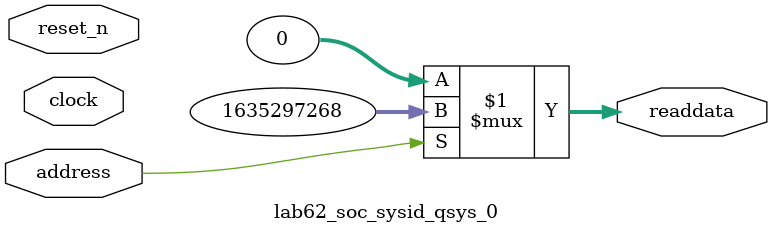
<source format=v>



// synthesis translate_off
`timescale 1ns / 1ps
// synthesis translate_on

// turn off superfluous verilog processor warnings 
// altera message_level Level1 
// altera message_off 10034 10035 10036 10037 10230 10240 10030 

module lab62_soc_sysid_qsys_0 (
               // inputs:
                address,
                clock,
                reset_n,

               // outputs:
                readdata
             )
;

  output  [ 31: 0] readdata;
  input            address;
  input            clock;
  input            reset_n;

  wire    [ 31: 0] readdata;
  //control_slave, which is an e_avalon_slave
  assign readdata = address ? 1635297268 : 0;

endmodule



</source>
